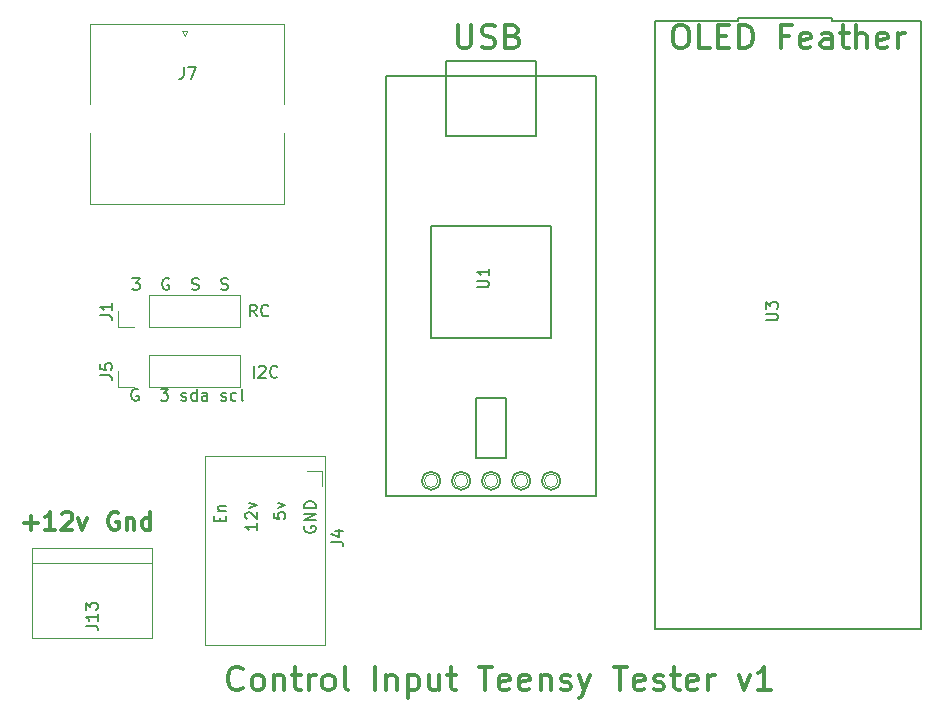
<source format=gbr>
G04 #@! TF.GenerationSoftware,KiCad,Pcbnew,(5.1.5)-3*
G04 #@! TF.CreationDate,2021-07-18T20:49:21-05:00*
G04 #@! TF.ProjectId,ControlInputTestTeensy,436f6e74-726f-46c4-996e-707574546573,rev?*
G04 #@! TF.SameCoordinates,Original*
G04 #@! TF.FileFunction,Legend,Top*
G04 #@! TF.FilePolarity,Positive*
%FSLAX46Y46*%
G04 Gerber Fmt 4.6, Leading zero omitted, Abs format (unit mm)*
G04 Created by KiCad (PCBNEW (5.1.5)-3) date 2021-07-18 20:49:21*
%MOMM*%
%LPD*%
G04 APERTURE LIST*
%ADD10C,0.300000*%
%ADD11C,0.150000*%
%ADD12C,0.120000*%
G04 APERTURE END LIST*
D10*
X167136904Y-96354761D02*
X167517857Y-96354761D01*
X167708333Y-96450000D01*
X167898809Y-96640476D01*
X167994047Y-97021428D01*
X167994047Y-97688095D01*
X167898809Y-98069047D01*
X167708333Y-98259523D01*
X167517857Y-98354761D01*
X167136904Y-98354761D01*
X166946428Y-98259523D01*
X166755952Y-98069047D01*
X166660714Y-97688095D01*
X166660714Y-97021428D01*
X166755952Y-96640476D01*
X166946428Y-96450000D01*
X167136904Y-96354761D01*
X169803571Y-98354761D02*
X168851190Y-98354761D01*
X168851190Y-96354761D01*
X170470238Y-97307142D02*
X171136904Y-97307142D01*
X171422619Y-98354761D02*
X170470238Y-98354761D01*
X170470238Y-96354761D01*
X171422619Y-96354761D01*
X172279761Y-98354761D02*
X172279761Y-96354761D01*
X172755952Y-96354761D01*
X173041666Y-96450000D01*
X173232142Y-96640476D01*
X173327380Y-96830952D01*
X173422619Y-97211904D01*
X173422619Y-97497619D01*
X173327380Y-97878571D01*
X173232142Y-98069047D01*
X173041666Y-98259523D01*
X172755952Y-98354761D01*
X172279761Y-98354761D01*
X176470238Y-97307142D02*
X175803571Y-97307142D01*
X175803571Y-98354761D02*
X175803571Y-96354761D01*
X176755952Y-96354761D01*
X178279761Y-98259523D02*
X178089285Y-98354761D01*
X177708333Y-98354761D01*
X177517857Y-98259523D01*
X177422619Y-98069047D01*
X177422619Y-97307142D01*
X177517857Y-97116666D01*
X177708333Y-97021428D01*
X178089285Y-97021428D01*
X178279761Y-97116666D01*
X178375000Y-97307142D01*
X178375000Y-97497619D01*
X177422619Y-97688095D01*
X180089285Y-98354761D02*
X180089285Y-97307142D01*
X179994047Y-97116666D01*
X179803571Y-97021428D01*
X179422619Y-97021428D01*
X179232142Y-97116666D01*
X180089285Y-98259523D02*
X179898809Y-98354761D01*
X179422619Y-98354761D01*
X179232142Y-98259523D01*
X179136904Y-98069047D01*
X179136904Y-97878571D01*
X179232142Y-97688095D01*
X179422619Y-97592857D01*
X179898809Y-97592857D01*
X180089285Y-97497619D01*
X180755952Y-97021428D02*
X181517857Y-97021428D01*
X181041666Y-96354761D02*
X181041666Y-98069047D01*
X181136904Y-98259523D01*
X181327380Y-98354761D01*
X181517857Y-98354761D01*
X182184523Y-98354761D02*
X182184523Y-96354761D01*
X183041666Y-98354761D02*
X183041666Y-97307142D01*
X182946428Y-97116666D01*
X182755952Y-97021428D01*
X182470238Y-97021428D01*
X182279761Y-97116666D01*
X182184523Y-97211904D01*
X184755952Y-98259523D02*
X184565476Y-98354761D01*
X184184523Y-98354761D01*
X183994047Y-98259523D01*
X183898809Y-98069047D01*
X183898809Y-97307142D01*
X183994047Y-97116666D01*
X184184523Y-97021428D01*
X184565476Y-97021428D01*
X184755952Y-97116666D01*
X184851190Y-97307142D01*
X184851190Y-97497619D01*
X183898809Y-97688095D01*
X185708333Y-98354761D02*
X185708333Y-97021428D01*
X185708333Y-97402380D02*
X185803571Y-97211904D01*
X185898809Y-97116666D01*
X186089285Y-97021428D01*
X186279761Y-97021428D01*
X148451190Y-96354761D02*
X148451190Y-97973809D01*
X148546428Y-98164285D01*
X148641666Y-98259523D01*
X148832142Y-98354761D01*
X149213095Y-98354761D01*
X149403571Y-98259523D01*
X149498809Y-98164285D01*
X149594047Y-97973809D01*
X149594047Y-96354761D01*
X150451190Y-98259523D02*
X150736904Y-98354761D01*
X151213095Y-98354761D01*
X151403571Y-98259523D01*
X151498809Y-98164285D01*
X151594047Y-97973809D01*
X151594047Y-97783333D01*
X151498809Y-97592857D01*
X151403571Y-97497619D01*
X151213095Y-97402380D01*
X150832142Y-97307142D01*
X150641666Y-97211904D01*
X150546428Y-97116666D01*
X150451190Y-96926190D01*
X150451190Y-96735714D01*
X150546428Y-96545238D01*
X150641666Y-96450000D01*
X150832142Y-96354761D01*
X151308333Y-96354761D01*
X151594047Y-96450000D01*
X153117857Y-97307142D02*
X153403571Y-97402380D01*
X153498809Y-97497619D01*
X153594047Y-97688095D01*
X153594047Y-97973809D01*
X153498809Y-98164285D01*
X153403571Y-98259523D01*
X153213095Y-98354761D01*
X152451190Y-98354761D01*
X152451190Y-96354761D01*
X153117857Y-96354761D01*
X153308333Y-96450000D01*
X153403571Y-96545238D01*
X153498809Y-96735714D01*
X153498809Y-96926190D01*
X153403571Y-97116666D01*
X153308333Y-97211904D01*
X153117857Y-97307142D01*
X152451190Y-97307142D01*
D11*
X120870597Y-117791360D02*
X121489644Y-117791360D01*
X121156311Y-118172313D01*
X121299168Y-118172313D01*
X121394406Y-118219932D01*
X121442025Y-118267551D01*
X121489644Y-118362789D01*
X121489644Y-118600884D01*
X121442025Y-118696122D01*
X121394406Y-118743741D01*
X121299168Y-118791360D01*
X121013454Y-118791360D01*
X120918216Y-118743741D01*
X120870597Y-118696122D01*
X123965835Y-117838980D02*
X123870597Y-117791360D01*
X123727740Y-117791360D01*
X123584882Y-117838980D01*
X123489644Y-117934218D01*
X123442025Y-118029456D01*
X123394406Y-118219932D01*
X123394406Y-118362789D01*
X123442025Y-118553265D01*
X123489644Y-118648503D01*
X123584882Y-118743741D01*
X123727740Y-118791360D01*
X123822978Y-118791360D01*
X123965835Y-118743741D01*
X124013454Y-118696122D01*
X124013454Y-118362789D01*
X123822978Y-118362789D01*
X125918216Y-118743741D02*
X126061073Y-118791360D01*
X126299168Y-118791360D01*
X126394406Y-118743741D01*
X126442025Y-118696122D01*
X126489644Y-118600884D01*
X126489644Y-118505646D01*
X126442025Y-118410408D01*
X126394406Y-118362789D01*
X126299168Y-118315170D01*
X126108692Y-118267551D01*
X126013454Y-118219932D01*
X125965835Y-118172313D01*
X125918216Y-118077075D01*
X125918216Y-117981837D01*
X125965835Y-117886599D01*
X126013454Y-117838980D01*
X126108692Y-117791360D01*
X126346787Y-117791360D01*
X126489644Y-117838980D01*
X128394406Y-118743741D02*
X128537263Y-118791360D01*
X128775359Y-118791360D01*
X128870597Y-118743741D01*
X128918216Y-118696122D01*
X128965835Y-118600884D01*
X128965835Y-118505646D01*
X128918216Y-118410408D01*
X128870597Y-118362789D01*
X128775359Y-118315170D01*
X128584882Y-118267551D01*
X128489644Y-118219932D01*
X128442025Y-118172313D01*
X128394406Y-118077075D01*
X128394406Y-117981837D01*
X128442025Y-117886599D01*
X128489644Y-117838980D01*
X128584882Y-117791360D01*
X128822978Y-117791360D01*
X128965835Y-117838980D01*
X121364644Y-127228980D02*
X121269406Y-127181360D01*
X121126549Y-127181360D01*
X120983692Y-127228980D01*
X120888454Y-127324218D01*
X120840835Y-127419456D01*
X120793216Y-127609932D01*
X120793216Y-127752789D01*
X120840835Y-127943265D01*
X120888454Y-128038503D01*
X120983692Y-128133741D01*
X121126549Y-128181360D01*
X121221787Y-128181360D01*
X121364644Y-128133741D01*
X121412263Y-128086122D01*
X121412263Y-127752789D01*
X121221787Y-127752789D01*
X123269406Y-127181360D02*
X123888454Y-127181360D01*
X123555120Y-127562313D01*
X123697978Y-127562313D01*
X123793216Y-127609932D01*
X123840835Y-127657551D01*
X123888454Y-127752789D01*
X123888454Y-127990884D01*
X123840835Y-128086122D01*
X123793216Y-128133741D01*
X123697978Y-128181360D01*
X123412263Y-128181360D01*
X123317025Y-128133741D01*
X123269406Y-128086122D01*
X125031311Y-128133741D02*
X125126549Y-128181360D01*
X125317025Y-128181360D01*
X125412263Y-128133741D01*
X125459882Y-128038503D01*
X125459882Y-127990884D01*
X125412263Y-127895646D01*
X125317025Y-127848027D01*
X125174168Y-127848027D01*
X125078930Y-127800408D01*
X125031311Y-127705170D01*
X125031311Y-127657551D01*
X125078930Y-127562313D01*
X125174168Y-127514694D01*
X125317025Y-127514694D01*
X125412263Y-127562313D01*
X126317025Y-128181360D02*
X126317025Y-127181360D01*
X126317025Y-128133741D02*
X126221787Y-128181360D01*
X126031311Y-128181360D01*
X125936073Y-128133741D01*
X125888454Y-128086122D01*
X125840835Y-127990884D01*
X125840835Y-127705170D01*
X125888454Y-127609932D01*
X125936073Y-127562313D01*
X126031311Y-127514694D01*
X126221787Y-127514694D01*
X126317025Y-127562313D01*
X127221787Y-128181360D02*
X127221787Y-127657551D01*
X127174168Y-127562313D01*
X127078930Y-127514694D01*
X126888454Y-127514694D01*
X126793216Y-127562313D01*
X127221787Y-128133741D02*
X127126549Y-128181360D01*
X126888454Y-128181360D01*
X126793216Y-128133741D01*
X126745597Y-128038503D01*
X126745597Y-127943265D01*
X126793216Y-127848027D01*
X126888454Y-127800408D01*
X127126549Y-127800408D01*
X127221787Y-127752789D01*
X128412263Y-128133741D02*
X128507501Y-128181360D01*
X128697978Y-128181360D01*
X128793216Y-128133741D01*
X128840835Y-128038503D01*
X128840835Y-127990884D01*
X128793216Y-127895646D01*
X128697978Y-127848027D01*
X128555120Y-127848027D01*
X128459882Y-127800408D01*
X128412263Y-127705170D01*
X128412263Y-127657551D01*
X128459882Y-127562313D01*
X128555120Y-127514694D01*
X128697978Y-127514694D01*
X128793216Y-127562313D01*
X129697978Y-128133741D02*
X129602740Y-128181360D01*
X129412263Y-128181360D01*
X129317025Y-128133741D01*
X129269406Y-128086122D01*
X129221787Y-127990884D01*
X129221787Y-127705170D01*
X129269406Y-127609932D01*
X129317025Y-127562313D01*
X129412263Y-127514694D01*
X129602740Y-127514694D01*
X129697978Y-127562313D01*
X130269406Y-128181360D02*
X130174168Y-128133741D01*
X130126549Y-128038503D01*
X130126549Y-127181360D01*
D10*
X111728571Y-138537142D02*
X112871428Y-138537142D01*
X112300000Y-139108571D02*
X112300000Y-137965714D01*
X114371428Y-139108571D02*
X113514285Y-139108571D01*
X113942857Y-139108571D02*
X113942857Y-137608571D01*
X113800000Y-137822857D01*
X113657142Y-137965714D01*
X113514285Y-138037142D01*
X114942857Y-137751428D02*
X115014285Y-137680000D01*
X115157142Y-137608571D01*
X115514285Y-137608571D01*
X115657142Y-137680000D01*
X115728571Y-137751428D01*
X115800000Y-137894285D01*
X115800000Y-138037142D01*
X115728571Y-138251428D01*
X114871428Y-139108571D01*
X115800000Y-139108571D01*
X116300000Y-138108571D02*
X116657142Y-139108571D01*
X117014285Y-138108571D01*
X119685714Y-137680000D02*
X119542857Y-137608571D01*
X119328571Y-137608571D01*
X119114285Y-137680000D01*
X118971428Y-137822857D01*
X118900000Y-137965714D01*
X118828571Y-138251428D01*
X118828571Y-138465714D01*
X118900000Y-138751428D01*
X118971428Y-138894285D01*
X119114285Y-139037142D01*
X119328571Y-139108571D01*
X119471428Y-139108571D01*
X119685714Y-139037142D01*
X119757142Y-138965714D01*
X119757142Y-138465714D01*
X119471428Y-138465714D01*
X120400000Y-138108571D02*
X120400000Y-139108571D01*
X120400000Y-138251428D02*
X120471428Y-138180000D01*
X120614285Y-138108571D01*
X120828571Y-138108571D01*
X120971428Y-138180000D01*
X121042857Y-138322857D01*
X121042857Y-139108571D01*
X122400000Y-139108571D02*
X122400000Y-137608571D01*
X122400000Y-139037142D02*
X122257142Y-139108571D01*
X121971428Y-139108571D01*
X121828571Y-139037142D01*
X121757142Y-138965714D01*
X121685714Y-138822857D01*
X121685714Y-138394285D01*
X121757142Y-138251428D01*
X121828571Y-138180000D01*
X121971428Y-138108571D01*
X122257142Y-138108571D01*
X122400000Y-138180000D01*
X130206295Y-152504685D02*
X130111057Y-152599923D01*
X129825342Y-152695161D01*
X129634866Y-152695161D01*
X129349152Y-152599923D01*
X129158676Y-152409447D01*
X129063438Y-152218971D01*
X128968200Y-151838019D01*
X128968200Y-151552304D01*
X129063438Y-151171352D01*
X129158676Y-150980876D01*
X129349152Y-150790400D01*
X129634866Y-150695161D01*
X129825342Y-150695161D01*
X130111057Y-150790400D01*
X130206295Y-150885638D01*
X131349152Y-152695161D02*
X131158676Y-152599923D01*
X131063438Y-152504685D01*
X130968200Y-152314209D01*
X130968200Y-151742780D01*
X131063438Y-151552304D01*
X131158676Y-151457066D01*
X131349152Y-151361828D01*
X131634866Y-151361828D01*
X131825342Y-151457066D01*
X131920580Y-151552304D01*
X132015819Y-151742780D01*
X132015819Y-152314209D01*
X131920580Y-152504685D01*
X131825342Y-152599923D01*
X131634866Y-152695161D01*
X131349152Y-152695161D01*
X132872961Y-151361828D02*
X132872961Y-152695161D01*
X132872961Y-151552304D02*
X132968200Y-151457066D01*
X133158676Y-151361828D01*
X133444390Y-151361828D01*
X133634866Y-151457066D01*
X133730104Y-151647542D01*
X133730104Y-152695161D01*
X134396771Y-151361828D02*
X135158676Y-151361828D01*
X134682485Y-150695161D02*
X134682485Y-152409447D01*
X134777723Y-152599923D01*
X134968200Y-152695161D01*
X135158676Y-152695161D01*
X135825342Y-152695161D02*
X135825342Y-151361828D01*
X135825342Y-151742780D02*
X135920580Y-151552304D01*
X136015819Y-151457066D01*
X136206295Y-151361828D01*
X136396771Y-151361828D01*
X137349152Y-152695161D02*
X137158676Y-152599923D01*
X137063438Y-152504685D01*
X136968200Y-152314209D01*
X136968200Y-151742780D01*
X137063438Y-151552304D01*
X137158676Y-151457066D01*
X137349152Y-151361828D01*
X137634866Y-151361828D01*
X137825342Y-151457066D01*
X137920580Y-151552304D01*
X138015819Y-151742780D01*
X138015819Y-152314209D01*
X137920580Y-152504685D01*
X137825342Y-152599923D01*
X137634866Y-152695161D01*
X137349152Y-152695161D01*
X139158676Y-152695161D02*
X138968200Y-152599923D01*
X138872961Y-152409447D01*
X138872961Y-150695161D01*
X141444390Y-152695161D02*
X141444390Y-150695161D01*
X142396771Y-151361828D02*
X142396771Y-152695161D01*
X142396771Y-151552304D02*
X142492009Y-151457066D01*
X142682485Y-151361828D01*
X142968200Y-151361828D01*
X143158676Y-151457066D01*
X143253914Y-151647542D01*
X143253914Y-152695161D01*
X144206295Y-151361828D02*
X144206295Y-153361828D01*
X144206295Y-151457066D02*
X144396771Y-151361828D01*
X144777723Y-151361828D01*
X144968200Y-151457066D01*
X145063438Y-151552304D01*
X145158676Y-151742780D01*
X145158676Y-152314209D01*
X145063438Y-152504685D01*
X144968200Y-152599923D01*
X144777723Y-152695161D01*
X144396771Y-152695161D01*
X144206295Y-152599923D01*
X146872961Y-151361828D02*
X146872961Y-152695161D01*
X146015819Y-151361828D02*
X146015819Y-152409447D01*
X146111057Y-152599923D01*
X146301533Y-152695161D01*
X146587247Y-152695161D01*
X146777723Y-152599923D01*
X146872961Y-152504685D01*
X147539628Y-151361828D02*
X148301533Y-151361828D01*
X147825342Y-150695161D02*
X147825342Y-152409447D01*
X147920580Y-152599923D01*
X148111057Y-152695161D01*
X148301533Y-152695161D01*
X150206295Y-150695161D02*
X151349152Y-150695161D01*
X150777723Y-152695161D02*
X150777723Y-150695161D01*
X152777723Y-152599923D02*
X152587247Y-152695161D01*
X152206295Y-152695161D01*
X152015819Y-152599923D01*
X151920580Y-152409447D01*
X151920580Y-151647542D01*
X152015819Y-151457066D01*
X152206295Y-151361828D01*
X152587247Y-151361828D01*
X152777723Y-151457066D01*
X152872961Y-151647542D01*
X152872961Y-151838019D01*
X151920580Y-152028495D01*
X154492009Y-152599923D02*
X154301533Y-152695161D01*
X153920580Y-152695161D01*
X153730104Y-152599923D01*
X153634866Y-152409447D01*
X153634866Y-151647542D01*
X153730104Y-151457066D01*
X153920580Y-151361828D01*
X154301533Y-151361828D01*
X154492009Y-151457066D01*
X154587247Y-151647542D01*
X154587247Y-151838019D01*
X153634866Y-152028495D01*
X155444390Y-151361828D02*
X155444390Y-152695161D01*
X155444390Y-151552304D02*
X155539628Y-151457066D01*
X155730104Y-151361828D01*
X156015819Y-151361828D01*
X156206295Y-151457066D01*
X156301533Y-151647542D01*
X156301533Y-152695161D01*
X157158676Y-152599923D02*
X157349152Y-152695161D01*
X157730104Y-152695161D01*
X157920580Y-152599923D01*
X158015819Y-152409447D01*
X158015819Y-152314209D01*
X157920580Y-152123733D01*
X157730104Y-152028495D01*
X157444390Y-152028495D01*
X157253914Y-151933257D01*
X157158676Y-151742780D01*
X157158676Y-151647542D01*
X157253914Y-151457066D01*
X157444390Y-151361828D01*
X157730104Y-151361828D01*
X157920580Y-151457066D01*
X158682485Y-151361828D02*
X159158676Y-152695161D01*
X159634866Y-151361828D02*
X159158676Y-152695161D01*
X158968199Y-153171352D01*
X158872961Y-153266590D01*
X158682485Y-153361828D01*
X161634866Y-150695161D02*
X162777723Y-150695161D01*
X162206295Y-152695161D02*
X162206295Y-150695161D01*
X164206295Y-152599923D02*
X164015819Y-152695161D01*
X163634866Y-152695161D01*
X163444390Y-152599923D01*
X163349152Y-152409447D01*
X163349152Y-151647542D01*
X163444390Y-151457066D01*
X163634866Y-151361828D01*
X164015819Y-151361828D01*
X164206295Y-151457066D01*
X164301533Y-151647542D01*
X164301533Y-151838019D01*
X163349152Y-152028495D01*
X165063438Y-152599923D02*
X165253914Y-152695161D01*
X165634866Y-152695161D01*
X165825342Y-152599923D01*
X165920580Y-152409447D01*
X165920580Y-152314209D01*
X165825342Y-152123733D01*
X165634866Y-152028495D01*
X165349152Y-152028495D01*
X165158676Y-151933257D01*
X165063438Y-151742780D01*
X165063438Y-151647542D01*
X165158676Y-151457066D01*
X165349152Y-151361828D01*
X165634866Y-151361828D01*
X165825342Y-151457066D01*
X166492009Y-151361828D02*
X167253914Y-151361828D01*
X166777723Y-150695161D02*
X166777723Y-152409447D01*
X166872961Y-152599923D01*
X167063438Y-152695161D01*
X167253914Y-152695161D01*
X168682485Y-152599923D02*
X168492009Y-152695161D01*
X168111057Y-152695161D01*
X167920580Y-152599923D01*
X167825342Y-152409447D01*
X167825342Y-151647542D01*
X167920580Y-151457066D01*
X168111057Y-151361828D01*
X168492009Y-151361828D01*
X168682485Y-151457066D01*
X168777723Y-151647542D01*
X168777723Y-151838019D01*
X167825342Y-152028495D01*
X169634866Y-152695161D02*
X169634866Y-151361828D01*
X169634866Y-151742780D02*
X169730104Y-151552304D01*
X169825342Y-151457066D01*
X170015819Y-151361828D01*
X170206295Y-151361828D01*
X172206295Y-151361828D02*
X172682485Y-152695161D01*
X173158676Y-151361828D01*
X174968199Y-152695161D02*
X173825342Y-152695161D01*
X174396771Y-152695161D02*
X174396771Y-150695161D01*
X174206295Y-150980876D01*
X174015819Y-151171352D01*
X173825342Y-151266590D01*
D12*
X137231000Y-132899000D02*
X127071000Y-132899000D01*
X135700000Y-134130000D02*
X136970000Y-134130000D01*
X136970000Y-134130000D02*
X136970000Y-135400000D01*
X137231000Y-132899000D02*
X137231000Y-148899000D01*
X137231000Y-148899000D02*
X127071000Y-148899000D01*
X127071000Y-132899000D02*
X127071000Y-148899000D01*
X117293060Y-103040180D02*
X117294940Y-96309180D01*
X117294940Y-111549180D02*
X117294940Y-105537000D01*
X133703060Y-103040180D02*
X133704940Y-96309180D01*
X133704940Y-96309180D02*
X117294940Y-96309180D01*
X133704940Y-111549180D02*
X133704940Y-105537000D01*
X133704940Y-111549180D02*
X117294940Y-111549180D01*
X125542040Y-96860360D02*
X125102620Y-96860360D01*
X125102620Y-96860360D02*
X125328680Y-97292160D01*
X125328680Y-97292160D02*
X125542040Y-96860360D01*
X129980240Y-127008980D02*
X129980240Y-124348980D01*
X122300240Y-127008980D02*
X129980240Y-127008980D01*
X122300240Y-124348980D02*
X129980240Y-124348980D01*
X122300240Y-127008980D02*
X122300240Y-124348980D01*
X121030240Y-127008980D02*
X119700240Y-127008980D01*
X119700240Y-127008980D02*
X119700240Y-125678980D01*
X122550000Y-140650000D02*
X112390000Y-140650000D01*
X122550000Y-148270000D02*
X122550000Y-140650000D01*
X112390000Y-148270000D02*
X122550000Y-148270000D01*
X112390000Y-140650000D02*
X112390000Y-148270000D01*
X112390000Y-141920000D02*
X122550000Y-141920000D01*
X129980240Y-121928980D02*
X129980240Y-119268980D01*
X122300240Y-121928980D02*
X129980240Y-121928980D01*
X122300240Y-119268980D02*
X129980240Y-119268980D01*
X122300240Y-121928980D02*
X122300240Y-119268980D01*
X121030240Y-121928980D02*
X119700240Y-121928980D01*
X119700240Y-121928980D02*
X119700240Y-120598980D01*
D11*
X165143920Y-147510940D02*
X165143920Y-96041200D01*
X187643920Y-147510940D02*
X187643920Y-96041200D01*
X165143920Y-147510940D02*
X187643920Y-147510940D01*
X180143920Y-95741480D02*
X172143920Y-95741480D01*
X165143920Y-96041200D02*
X172143920Y-96041200D01*
X172143920Y-96041200D02*
X172143920Y-95741480D01*
X180143920Y-96041200D02*
X180143920Y-95741480D01*
X180143920Y-96041200D02*
X187643920Y-96041200D01*
X146177000Y-122892820D02*
X156337000Y-122892820D01*
X156337000Y-113367820D02*
X146177000Y-113367820D01*
X146177000Y-113367820D02*
X146177000Y-122892820D01*
X156337000Y-113367820D02*
X156337000Y-122892820D01*
X160147000Y-136227820D02*
X160147000Y-100667820D01*
X142367000Y-100667820D02*
X142367000Y-136227820D01*
X147447000Y-100667820D02*
X147447000Y-99397820D01*
X147447000Y-99397820D02*
X155067000Y-99397820D01*
X155067000Y-99397820D02*
X155067000Y-100667820D01*
X147447000Y-105747820D02*
X155067000Y-105747820D01*
X155067000Y-105747820D02*
X155067000Y-100667820D01*
X147447000Y-105747820D02*
X147447000Y-100667820D01*
X152527000Y-127972820D02*
X152527000Y-133052820D01*
X152527000Y-133052820D02*
X149987000Y-133052820D01*
X149987000Y-133052820D02*
X149987000Y-127972820D01*
X149987000Y-127972820D02*
X152527000Y-127972820D01*
X160147000Y-136227820D02*
X142367000Y-136227820D01*
X142367000Y-100667820D02*
X160147000Y-100667820D01*
D12*
X156904961Y-134957820D02*
G75*
G03X156904961Y-134957820I-567961J0D01*
G01*
X157140219Y-134957820D02*
G75*
G03X157140219Y-134957820I-803219J0D01*
G01*
X157055420Y-134957820D02*
G75*
G03X157055420Y-134957820I-718420J0D01*
G01*
X154364961Y-134957820D02*
G75*
G03X154364961Y-134957820I-567961J0D01*
G01*
X154600219Y-134957820D02*
G75*
G03X154600219Y-134957820I-803219J0D01*
G01*
X154515420Y-134957820D02*
G75*
G03X154515420Y-134957820I-718420J0D01*
G01*
X151824961Y-134957820D02*
G75*
G03X151824961Y-134957820I-567961J0D01*
G01*
X152060219Y-134957820D02*
G75*
G03X152060219Y-134957820I-803219J0D01*
G01*
X151975420Y-134957820D02*
G75*
G03X151975420Y-134957820I-718420J0D01*
G01*
X149284961Y-134957820D02*
G75*
G03X149284961Y-134957820I-567961J0D01*
G01*
X149520219Y-134957820D02*
G75*
G03X149520219Y-134957820I-803219J0D01*
G01*
X149435420Y-134957820D02*
G75*
G03X149435420Y-134957820I-718420J0D01*
G01*
X146744961Y-134957820D02*
G75*
G03X146744961Y-134957820I-567961J0D01*
G01*
X146980219Y-134957820D02*
G75*
G03X146980219Y-134957820I-803219J0D01*
G01*
X146895420Y-134957820D02*
G75*
G03X146895420Y-134957820I-718420J0D01*
G01*
D11*
X137722380Y-140118333D02*
X138436666Y-140118333D01*
X138579523Y-140165952D01*
X138674761Y-140261190D01*
X138722380Y-140404047D01*
X138722380Y-140499285D01*
X138055714Y-139213571D02*
X138722380Y-139213571D01*
X137674761Y-139451666D02*
X138389047Y-139689761D01*
X138389047Y-139070714D01*
X128270471Y-138403466D02*
X128270471Y-138070133D01*
X128794280Y-137927276D02*
X128794280Y-138403466D01*
X127794280Y-138403466D01*
X127794280Y-137927276D01*
X128127614Y-137498704D02*
X128794280Y-137498704D01*
X128222852Y-137498704D02*
X128175233Y-137451085D01*
X128127614Y-137355847D01*
X128127614Y-137212990D01*
X128175233Y-137117752D01*
X128270471Y-137070133D01*
X128794280Y-137070133D01*
X131458740Y-138564768D02*
X131458740Y-139136197D01*
X131458740Y-138850482D02*
X130458740Y-138850482D01*
X130601598Y-138945720D01*
X130696836Y-139040959D01*
X130744455Y-139136197D01*
X130553979Y-138183816D02*
X130506360Y-138136197D01*
X130458740Y-138040959D01*
X130458740Y-137802863D01*
X130506360Y-137707625D01*
X130553979Y-137660006D01*
X130649217Y-137612387D01*
X130744455Y-137612387D01*
X130887312Y-137660006D01*
X131458740Y-138231435D01*
X131458740Y-137612387D01*
X130792074Y-137279054D02*
X131458740Y-137040959D01*
X130792074Y-136802863D01*
X132846340Y-137663757D02*
X132846340Y-138139947D01*
X133322531Y-138187566D01*
X133274912Y-138139947D01*
X133227293Y-138044709D01*
X133227293Y-137806614D01*
X133274912Y-137711376D01*
X133322531Y-137663757D01*
X133417769Y-137616138D01*
X133655864Y-137616138D01*
X133751102Y-137663757D01*
X133798721Y-137711376D01*
X133846340Y-137806614D01*
X133846340Y-138044709D01*
X133798721Y-138139947D01*
X133751102Y-138187566D01*
X133179674Y-137282804D02*
X133846340Y-137044709D01*
X133179674Y-136806614D01*
X135477140Y-138795884D02*
X135429520Y-138891122D01*
X135429520Y-139033980D01*
X135477140Y-139176837D01*
X135572378Y-139272075D01*
X135667616Y-139319694D01*
X135858092Y-139367313D01*
X136000949Y-139367313D01*
X136191425Y-139319694D01*
X136286663Y-139272075D01*
X136381901Y-139176837D01*
X136429520Y-139033980D01*
X136429520Y-138938741D01*
X136381901Y-138795884D01*
X136334282Y-138748265D01*
X136000949Y-138748265D01*
X136000949Y-138938741D01*
X136429520Y-138319694D02*
X135429520Y-138319694D01*
X136429520Y-137748265D01*
X135429520Y-137748265D01*
X136429520Y-137272075D02*
X135429520Y-137272075D01*
X135429520Y-137033980D01*
X135477140Y-136891122D01*
X135572378Y-136795884D01*
X135667616Y-136748265D01*
X135858092Y-136700646D01*
X136000949Y-136700646D01*
X136191425Y-136748265D01*
X136286663Y-136795884D01*
X136381901Y-136891122D01*
X136429520Y-137033980D01*
X136429520Y-137272075D01*
X125244266Y-99914460D02*
X125244266Y-100628746D01*
X125196647Y-100771603D01*
X125101409Y-100866841D01*
X124958552Y-100914460D01*
X124863314Y-100914460D01*
X125625219Y-99914460D02*
X126291885Y-99914460D01*
X125863314Y-100914460D01*
X118152620Y-126012313D02*
X118866906Y-126012313D01*
X119009763Y-126059932D01*
X119105001Y-126155170D01*
X119152620Y-126298027D01*
X119152620Y-126393265D01*
X118152620Y-125059932D02*
X118152620Y-125536122D01*
X118628811Y-125583741D01*
X118581192Y-125536122D01*
X118533573Y-125440884D01*
X118533573Y-125202789D01*
X118581192Y-125107551D01*
X118628811Y-125059932D01*
X118724049Y-125012313D01*
X118962144Y-125012313D01*
X119057382Y-125059932D01*
X119105001Y-125107551D01*
X119152620Y-125202789D01*
X119152620Y-125440884D01*
X119105001Y-125536122D01*
X119057382Y-125583741D01*
X131154049Y-126231360D02*
X131154049Y-125231360D01*
X131582620Y-125326599D02*
X131630240Y-125278980D01*
X131725478Y-125231360D01*
X131963573Y-125231360D01*
X132058811Y-125278980D01*
X132106430Y-125326599D01*
X132154049Y-125421837D01*
X132154049Y-125517075D01*
X132106430Y-125659932D01*
X131535001Y-126231360D01*
X132154049Y-126231360D01*
X133154049Y-126136122D02*
X133106430Y-126183741D01*
X132963573Y-126231360D01*
X132868335Y-126231360D01*
X132725478Y-126183741D01*
X132630240Y-126088503D01*
X132582620Y-125993265D01*
X132535001Y-125802789D01*
X132535001Y-125659932D01*
X132582620Y-125469456D01*
X132630240Y-125374218D01*
X132725478Y-125278980D01*
X132868335Y-125231360D01*
X132963573Y-125231360D01*
X133106430Y-125278980D01*
X133154049Y-125326599D01*
X116935080Y-147225323D02*
X117649366Y-147225323D01*
X117792223Y-147272942D01*
X117887461Y-147368180D01*
X117935080Y-147511038D01*
X117935080Y-147606276D01*
X117935080Y-146225323D02*
X117935080Y-146796752D01*
X117935080Y-146511038D02*
X116935080Y-146511038D01*
X117077938Y-146606276D01*
X117173176Y-146701514D01*
X117220795Y-146796752D01*
X116935080Y-145891990D02*
X116935080Y-145272942D01*
X117316033Y-145606276D01*
X117316033Y-145463419D01*
X117363652Y-145368180D01*
X117411271Y-145320561D01*
X117506509Y-145272942D01*
X117744604Y-145272942D01*
X117839842Y-145320561D01*
X117887461Y-145368180D01*
X117935080Y-145463419D01*
X117935080Y-145749133D01*
X117887461Y-145844371D01*
X117839842Y-145891990D01*
X118152620Y-120932313D02*
X118866906Y-120932313D01*
X119009763Y-120979932D01*
X119105001Y-121075170D01*
X119152620Y-121218027D01*
X119152620Y-121313265D01*
X119152620Y-119932313D02*
X119152620Y-120503741D01*
X119152620Y-120218027D02*
X118152620Y-120218027D01*
X118295478Y-120313265D01*
X118390716Y-120408503D01*
X118438335Y-120503741D01*
X131396763Y-121036360D02*
X131063430Y-120560170D01*
X130825335Y-121036360D02*
X130825335Y-120036360D01*
X131206287Y-120036360D01*
X131301525Y-120083980D01*
X131349144Y-120131599D01*
X131396763Y-120226837D01*
X131396763Y-120369694D01*
X131349144Y-120464932D01*
X131301525Y-120512551D01*
X131206287Y-120560170D01*
X130825335Y-120560170D01*
X132396763Y-120941122D02*
X132349144Y-120988741D01*
X132206287Y-121036360D01*
X132111049Y-121036360D01*
X131968192Y-120988741D01*
X131872954Y-120893503D01*
X131825335Y-120798265D01*
X131777716Y-120607789D01*
X131777716Y-120464932D01*
X131825335Y-120274456D01*
X131872954Y-120179218D01*
X131968192Y-120083980D01*
X132111049Y-120036360D01*
X132206287Y-120036360D01*
X132349144Y-120083980D01*
X132396763Y-120131599D01*
X174526960Y-121378884D02*
X175336484Y-121378884D01*
X175431722Y-121331265D01*
X175479341Y-121283646D01*
X175526960Y-121188408D01*
X175526960Y-120997932D01*
X175479341Y-120902694D01*
X175431722Y-120855075D01*
X175336484Y-120807456D01*
X174526960Y-120807456D01*
X174526960Y-120426503D02*
X174526960Y-119807456D01*
X174907913Y-120140789D01*
X174907913Y-119997932D01*
X174955532Y-119902694D01*
X175003151Y-119855075D01*
X175098389Y-119807456D01*
X175336484Y-119807456D01*
X175431722Y-119855075D01*
X175479341Y-119902694D01*
X175526960Y-119997932D01*
X175526960Y-120283646D01*
X175479341Y-120378884D01*
X175431722Y-120426503D01*
X150074380Y-118574724D02*
X150883904Y-118574724D01*
X150979142Y-118527105D01*
X151026761Y-118479486D01*
X151074380Y-118384248D01*
X151074380Y-118193772D01*
X151026761Y-118098534D01*
X150979142Y-118050915D01*
X150883904Y-118003296D01*
X150074380Y-118003296D01*
X151074380Y-117003296D02*
X151074380Y-117574724D01*
X151074380Y-117289010D02*
X150074380Y-117289010D01*
X150217238Y-117384248D01*
X150312476Y-117479486D01*
X150360095Y-117574724D01*
M02*

</source>
